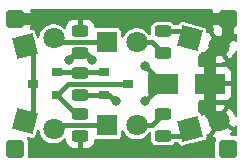
<source format=gbr>
%TF.GenerationSoftware,KiCad,Pcbnew,(7.0.0-0)*%
%TF.CreationDate,2023-03-05T10:40:59+01:00*%
%TF.ProjectId,FancyLight,46616e63-794c-4696-9768-742e6b696361,A*%
%TF.SameCoordinates,Original*%
%TF.FileFunction,Copper,L1,Top*%
%TF.FilePolarity,Positive*%
%FSLAX46Y46*%
G04 Gerber Fmt 4.6, Leading zero omitted, Abs format (unit mm)*
G04 Created by KiCad (PCBNEW (7.0.0-0)) date 2023-03-05 10:40:59*
%MOMM*%
%LPD*%
G01*
G04 APERTURE LIST*
G04 Aperture macros list*
%AMRoundRect*
0 Rectangle with rounded corners*
0 $1 Rounding radius*
0 $2 $3 $4 $5 $6 $7 $8 $9 X,Y pos of 4 corners*
0 Add a 4 corners polygon primitive as box body*
4,1,4,$2,$3,$4,$5,$6,$7,$8,$9,$2,$3,0*
0 Add four circle primitives for the rounded corners*
1,1,$1+$1,$2,$3*
1,1,$1+$1,$4,$5*
1,1,$1+$1,$6,$7*
1,1,$1+$1,$8,$9*
0 Add four rect primitives between the rounded corners*
20,1,$1+$1,$2,$3,$4,$5,0*
20,1,$1+$1,$4,$5,$6,$7,0*
20,1,$1+$1,$6,$7,$8,$9,0*
20,1,$1+$1,$8,$9,$2,$3,0*%
%AMRotRect*
0 Rectangle, with rotation*
0 The origin of the aperture is its center*
0 $1 length*
0 $2 width*
0 $3 Rotation angle, in degrees counterclockwise*
0 Add horizontal line*
21,1,$1,$2,0,0,$3*%
G04 Aperture macros list end*
%TA.AperFunction,SMDPad,CuDef*%
%ADD10RoundRect,0.243750X-0.456250X0.243750X-0.456250X-0.243750X0.456250X-0.243750X0.456250X0.243750X0*%
%TD*%
%TA.AperFunction,SMDPad,CuDef*%
%ADD11R,2.500000X1.800000*%
%TD*%
%TA.AperFunction,SMDPad,CuDef*%
%ADD12R,0.900000X0.800000*%
%TD*%
%TA.AperFunction,SMDPad,CuDef*%
%ADD13RoundRect,0.243750X0.456250X-0.243750X0.456250X0.243750X-0.456250X0.243750X-0.456250X-0.243750X0*%
%TD*%
%TA.AperFunction,ComponentPad*%
%ADD14RoundRect,0.400000X-0.400000X-0.400000X0.400000X-0.400000X0.400000X0.400000X-0.400000X0.400000X0*%
%TD*%
%TA.AperFunction,ComponentPad*%
%ADD15RotRect,1.800000X1.800000X15.000000*%
%TD*%
%TA.AperFunction,ComponentPad*%
%ADD16C,1.800000*%
%TD*%
%TA.AperFunction,ComponentPad*%
%ADD17R,1.800000X1.800000*%
%TD*%
%TA.AperFunction,ComponentPad*%
%ADD18RotRect,1.800000X1.800000X345.000000*%
%TD*%
%TA.AperFunction,ViaPad*%
%ADD19C,0.800000*%
%TD*%
%TA.AperFunction,Conductor*%
%ADD20C,0.400000*%
%TD*%
%TA.AperFunction,Conductor*%
%ADD21C,1.000000*%
%TD*%
G04 APERTURE END LIST*
D10*
X133500000Y-79062500D03*
X133500000Y-80937500D03*
D11*
X140499999Y-83499999D03*
X144499999Y-83499999D03*
D12*
X131499999Y-84449999D03*
X131499999Y-82549999D03*
X129499999Y-83499999D03*
D13*
X140500000Y-87937500D03*
X140500000Y-86062500D03*
D10*
X140500000Y-79062500D03*
X140500000Y-80937500D03*
D13*
X133500000Y-84437500D03*
X133500000Y-82562500D03*
D10*
X133500000Y-86062500D03*
X133500000Y-87937500D03*
D12*
X135499999Y-82549999D03*
X135499999Y-84449999D03*
X137499999Y-83499999D03*
D14*
X146000000Y-89000000D03*
X128000000Y-89000000D03*
X128000000Y-78000000D03*
X146000000Y-78000000D03*
D15*
X142773273Y-87328699D03*
D16*
X145226726Y-86671300D03*
D17*
X135729999Y-86999999D03*
D16*
X138270000Y-87000000D03*
D18*
X128773273Y-86671299D03*
D16*
X131226726Y-87328700D03*
D18*
X142773273Y-79671299D03*
D16*
X145226726Y-80328700D03*
D17*
X135729999Y-79999999D03*
D16*
X138270000Y-80000000D03*
D15*
X128773273Y-80328699D03*
D16*
X131226726Y-79671300D03*
D19*
X139000000Y-85000000D03*
X136500000Y-85000000D03*
X134500000Y-81500000D03*
X132500000Y-81500000D03*
X139000000Y-82000000D03*
D20*
X135500000Y-84450000D02*
X135950000Y-84450000D01*
X140500000Y-83500000D02*
X139000000Y-85000000D01*
X133062500Y-80937500D02*
X132500000Y-81500000D01*
X133937500Y-80937500D02*
X134500000Y-81500000D01*
X133500000Y-80937500D02*
X133937500Y-80937500D01*
X140500000Y-83500000D02*
X139000000Y-82000000D01*
X133500000Y-84437500D02*
X135487500Y-84437500D01*
X135950000Y-84450000D02*
X136500000Y-85000000D01*
X133500000Y-80937500D02*
X133062500Y-80937500D01*
X135487500Y-84437500D02*
X135500000Y-84450000D01*
X140500000Y-87937500D02*
X142164474Y-87937500D01*
X142164474Y-87937500D02*
X142773274Y-87328700D01*
X131270000Y-87000000D02*
X135730000Y-87000000D01*
X140500000Y-86062500D02*
X139562500Y-87000000D01*
X138270000Y-87000000D02*
X139562500Y-87000000D01*
X129500000Y-85944573D02*
X129500000Y-83500000D01*
X129500000Y-81055426D02*
X128773274Y-80328700D01*
X129500000Y-83500000D02*
X129500000Y-81055426D01*
X128773273Y-86671300D02*
X129500000Y-85944573D01*
X140500000Y-79062500D02*
X142164474Y-79062500D01*
X142164474Y-79062500D02*
X142773274Y-79671300D01*
X131567926Y-80012500D02*
X131226726Y-79671300D01*
X135717500Y-80012500D02*
X131567926Y-80012500D01*
X135730000Y-80000000D02*
X135717500Y-80012500D01*
X139562500Y-80000000D02*
X140500000Y-80937500D01*
X138270000Y-80000000D02*
X139562500Y-80000000D01*
X131500000Y-84450000D02*
X133112500Y-86062500D01*
X133112500Y-86062500D02*
X133500000Y-86062500D01*
X132450000Y-83500000D02*
X131500000Y-84450000D01*
X137500000Y-83500000D02*
X132450000Y-83500000D01*
X131500000Y-82550000D02*
X135500000Y-82550000D01*
D21*
X144500000Y-85944574D02*
X144500000Y-83500000D01*
X128000000Y-78000000D02*
X130000000Y-78000000D01*
X146000000Y-79555426D02*
X145226726Y-80328700D01*
X144500000Y-81055426D02*
X144500000Y-83500000D01*
X145226726Y-86671300D02*
X144500000Y-85944574D01*
X146000000Y-78000000D02*
X144100000Y-78000000D01*
X145226726Y-80328700D02*
X144500000Y-81055426D01*
X146000000Y-78000000D02*
X146000000Y-79555426D01*
%TA.AperFunction,Conductor*%
G36*
X144668676Y-77212788D02*
G01*
X144712208Y-77248513D01*
X144735449Y-77299809D01*
X144733607Y-77356093D01*
X144707656Y-77452942D01*
X144705738Y-77464101D01*
X144700191Y-77534583D01*
X144700000Y-77539463D01*
X144700000Y-77783674D01*
X144703450Y-77796549D01*
X144716326Y-77800000D01*
X146076000Y-77800000D01*
X146138000Y-77816613D01*
X146183387Y-77862000D01*
X146200000Y-77924000D01*
X146200000Y-78076000D01*
X146183387Y-78138000D01*
X146138000Y-78183387D01*
X146076000Y-78200000D01*
X144716326Y-78200000D01*
X144703450Y-78203450D01*
X144700000Y-78216326D01*
X144700000Y-78460537D01*
X144700191Y-78465416D01*
X144705738Y-78535898D01*
X144707656Y-78547057D01*
X144753469Y-78718036D01*
X144758097Y-78730092D01*
X144814394Y-78840581D01*
X144827299Y-78909157D01*
X144801130Y-78973844D01*
X144744173Y-79014157D01*
X144719217Y-79022724D01*
X144709796Y-79028515D01*
X144713096Y-79039066D01*
X145291769Y-80041358D01*
X145301193Y-80050782D01*
X145314070Y-80047331D01*
X146318343Y-79467513D01*
X146327222Y-79459282D01*
X146325340Y-79433304D01*
X146327325Y-79433160D01*
X146324820Y-79423703D01*
X146341532Y-79361829D01*
X146386906Y-79316563D01*
X146448820Y-79300000D01*
X146460537Y-79300000D01*
X146465416Y-79299808D01*
X146535898Y-79294261D01*
X146547057Y-79292343D01*
X146643907Y-79266393D01*
X146700191Y-79264551D01*
X146751487Y-79287792D01*
X146787212Y-79331324D01*
X146800000Y-79386168D01*
X146800000Y-79843647D01*
X146785858Y-79901155D01*
X146746658Y-79945546D01*
X146691341Y-79966694D01*
X146632524Y-79959776D01*
X146583625Y-79926368D01*
X146559920Y-79881839D01*
X146558333Y-79882385D01*
X146553352Y-79867876D01*
X146534417Y-79824710D01*
X146525614Y-79814121D01*
X146512251Y-79817440D01*
X145514067Y-80393742D01*
X145504642Y-80403167D01*
X145508093Y-80416044D01*
X146083874Y-81413325D01*
X146093898Y-81422899D01*
X146106789Y-81417800D01*
X146174128Y-81365388D01*
X146181638Y-81358475D01*
X146331839Y-81195314D01*
X146338110Y-81187257D01*
X146459406Y-81001598D01*
X146464268Y-80992615D01*
X146553347Y-80789533D01*
X146558333Y-80775013D01*
X146559921Y-80775558D01*
X146583625Y-80731032D01*
X146632524Y-80697624D01*
X146691341Y-80690706D01*
X146746658Y-80711854D01*
X146785858Y-80756245D01*
X146800000Y-80813753D01*
X146800000Y-86186247D01*
X146785858Y-86243755D01*
X146746658Y-86288146D01*
X146691341Y-86309294D01*
X146632524Y-86302376D01*
X146583625Y-86268968D01*
X146559921Y-86224441D01*
X146558333Y-86224987D01*
X146553347Y-86210466D01*
X146464268Y-86007384D01*
X146459406Y-85998401D01*
X146338110Y-85812742D01*
X146331839Y-85804685D01*
X146181638Y-85641524D01*
X146174127Y-85634610D01*
X146106789Y-85582197D01*
X146093898Y-85577099D01*
X146083874Y-85586673D01*
X145508093Y-86583954D01*
X145504642Y-86596831D01*
X145514067Y-86606256D01*
X146512251Y-87182558D01*
X146525615Y-87185877D01*
X146534418Y-87175288D01*
X146553344Y-87132142D01*
X146558334Y-87117609D01*
X146559923Y-87118154D01*
X146583625Y-87073632D01*
X146632524Y-87040224D01*
X146691341Y-87033306D01*
X146746658Y-87054454D01*
X146785858Y-87098845D01*
X146800000Y-87156353D01*
X146800000Y-87822401D01*
X146786654Y-87878362D01*
X146749490Y-87922277D01*
X146696508Y-87944693D01*
X146639110Y-87940787D01*
X146533457Y-87907865D01*
X146527196Y-87905914D01*
X146520662Y-87905320D01*
X146520661Y-87905320D01*
X146459425Y-87899755D01*
X146459419Y-87899754D01*
X146456616Y-87899500D01*
X146281667Y-87899500D01*
X146226288Y-87886446D01*
X146182568Y-87850034D01*
X146159712Y-87797929D01*
X146162534Y-87741102D01*
X146190437Y-87691517D01*
X146320976Y-87549713D01*
X146326508Y-87540054D01*
X146318343Y-87532485D01*
X145314070Y-86952667D01*
X145301193Y-86949216D01*
X145291769Y-86958640D01*
X144713096Y-87960932D01*
X144709796Y-87971483D01*
X144719215Y-87977273D01*
X144877016Y-88031446D01*
X144886928Y-88033956D01*
X144921698Y-88039758D01*
X144976593Y-88063550D01*
X145013958Y-88110277D01*
X145025094Y-88169061D01*
X145007408Y-88226216D01*
X144960402Y-88303973D01*
X144960397Y-88303983D01*
X144956522Y-88310394D01*
X144954292Y-88317548D01*
X144954292Y-88317550D01*
X144907864Y-88466542D01*
X144907861Y-88466553D01*
X144905914Y-88472804D01*
X144905320Y-88479335D01*
X144905320Y-88479338D01*
X144900885Y-88528147D01*
X144899500Y-88543384D01*
X144899500Y-89456616D01*
X144905914Y-89527196D01*
X144907865Y-89533457D01*
X144940787Y-89639110D01*
X144944693Y-89696508D01*
X144922277Y-89749490D01*
X144878362Y-89786654D01*
X144822401Y-89800000D01*
X129177599Y-89800000D01*
X129121638Y-89786654D01*
X129077723Y-89749490D01*
X129055307Y-89696508D01*
X129059213Y-89639110D01*
X129062687Y-89627958D01*
X129094086Y-89527196D01*
X129100500Y-89456616D01*
X129100500Y-88543384D01*
X129094086Y-88472804D01*
X129084676Y-88442607D01*
X129072935Y-88404928D01*
X129043478Y-88310394D01*
X128969257Y-88187619D01*
X128951666Y-88131954D01*
X128961494Y-88074407D01*
X128996565Y-88027736D01*
X129049106Y-88002285D01*
X129107466Y-88003694D01*
X129375231Y-88075442D01*
X129400256Y-88079130D01*
X129511273Y-88061898D01*
X129608568Y-88005724D01*
X129679000Y-87918197D01*
X129688319Y-87894682D01*
X129795225Y-87495701D01*
X129830339Y-87437194D01*
X129891089Y-87406122D01*
X129959080Y-87411894D01*
X130013723Y-87452763D01*
X130038471Y-87516352D01*
X130040667Y-87540054D01*
X130041611Y-87550236D01*
X130043180Y-87555750D01*
X130100927Y-87758713D01*
X130100930Y-87758721D01*
X130102497Y-87764228D01*
X130105049Y-87769353D01*
X130105051Y-87769358D01*
X130199113Y-87958259D01*
X130199115Y-87958263D01*
X130201668Y-87963389D01*
X130205117Y-87967956D01*
X130205120Y-87967961D01*
X130332287Y-88136358D01*
X130332292Y-88136363D01*
X130335745Y-88140936D01*
X130339981Y-88144797D01*
X130339985Y-88144802D01*
X130438298Y-88234426D01*
X130500164Y-88290824D01*
X130689325Y-88407947D01*
X130896786Y-88488318D01*
X131115483Y-88529200D01*
X131332240Y-88529200D01*
X131337969Y-88529200D01*
X131556666Y-88488318D01*
X131764127Y-88407947D01*
X131953288Y-88290824D01*
X132094187Y-88162376D01*
X132154653Y-88132179D01*
X132221974Y-88138178D01*
X132276149Y-88178590D01*
X132301083Y-88241411D01*
X132309718Y-88325935D01*
X132312537Y-88339102D01*
X132362823Y-88490857D01*
X132368885Y-88503856D01*
X132452576Y-88639540D01*
X132461480Y-88650801D01*
X132574198Y-88763519D01*
X132585459Y-88772423D01*
X132721143Y-88856114D01*
X132734142Y-88862176D01*
X132885897Y-88912462D01*
X132899064Y-88915281D01*
X132991062Y-88924680D01*
X132997339Y-88925000D01*
X133283674Y-88925000D01*
X133296549Y-88921549D01*
X133300000Y-88908674D01*
X133300000Y-87861500D01*
X133316613Y-87799500D01*
X133362000Y-87754113D01*
X133424000Y-87737500D01*
X133576000Y-87737500D01*
X133638000Y-87754113D01*
X133683387Y-87799500D01*
X133700000Y-87861500D01*
X133700000Y-88908674D01*
X133703450Y-88921549D01*
X133716326Y-88925000D01*
X134002661Y-88925000D01*
X134008937Y-88924680D01*
X134100935Y-88915281D01*
X134114102Y-88912462D01*
X134265857Y-88862176D01*
X134278856Y-88856114D01*
X134414540Y-88772423D01*
X134425801Y-88763519D01*
X134538519Y-88650801D01*
X134547423Y-88639540D01*
X134631114Y-88503856D01*
X134637176Y-88490857D01*
X134687462Y-88339102D01*
X134690281Y-88325933D01*
X134691715Y-88311900D01*
X134712137Y-88255361D01*
X134756751Y-88215071D01*
X134815069Y-88200499D01*
X136674864Y-88200499D01*
X136699991Y-88197585D01*
X136802765Y-88152206D01*
X136882206Y-88072765D01*
X136927585Y-87969991D01*
X136930500Y-87944865D01*
X136930499Y-87530417D01*
X136947884Y-87467102D01*
X136995163Y-87421538D01*
X137059080Y-87406505D01*
X137121713Y-87426217D01*
X137165499Y-87475148D01*
X137242387Y-87629559D01*
X137242389Y-87629563D01*
X137244942Y-87634689D01*
X137248391Y-87639256D01*
X137248394Y-87639261D01*
X137375561Y-87807658D01*
X137375566Y-87807663D01*
X137379019Y-87812236D01*
X137383255Y-87816097D01*
X137383259Y-87816102D01*
X137479007Y-87903387D01*
X137543438Y-87962124D01*
X137732599Y-88079247D01*
X137940060Y-88159618D01*
X138158757Y-88200500D01*
X138375514Y-88200500D01*
X138381243Y-88200500D01*
X138599940Y-88159618D01*
X138807401Y-88079247D01*
X138996562Y-87962124D01*
X139160981Y-87812236D01*
X139257761Y-87684078D01*
X139276546Y-87659203D01*
X139324368Y-87620963D01*
X139384658Y-87610269D01*
X139442715Y-87629727D01*
X139484382Y-87674595D01*
X139499500Y-87733930D01*
X139499500Y-88223860D01*
X139499940Y-88227527D01*
X139499941Y-88227537D01*
X139507904Y-88293840D01*
X139510003Y-88311321D01*
X139512918Y-88318714D01*
X139512919Y-88318716D01*
X139559959Y-88438000D01*
X139564889Y-88450500D01*
X139655289Y-88569711D01*
X139774500Y-88660111D01*
X139913679Y-88714997D01*
X140001140Y-88725500D01*
X140995160Y-88725500D01*
X140998860Y-88725500D01*
X141086321Y-88714997D01*
X141225500Y-88660111D01*
X141344711Y-88569711D01*
X141407376Y-88487073D01*
X141451019Y-88450944D01*
X141506179Y-88438000D01*
X141732513Y-88438000D01*
X141784917Y-88449618D01*
X141827502Y-88482294D01*
X141852287Y-88529905D01*
X141857301Y-88548617D01*
X141857305Y-88548630D01*
X141858230Y-88552081D01*
X141867548Y-88575597D01*
X141873393Y-88582860D01*
X141873395Y-88582864D01*
X141919002Y-88639540D01*
X141937980Y-88663124D01*
X142035275Y-88719298D01*
X142146292Y-88736530D01*
X142171317Y-88732843D01*
X143996655Y-88243744D01*
X144020171Y-88234426D01*
X144107698Y-88163994D01*
X144163872Y-88066699D01*
X144181104Y-87955682D01*
X144177417Y-87930657D01*
X144170110Y-87903386D01*
X144171079Y-87835774D01*
X144207378Y-87778724D01*
X144268211Y-87749200D01*
X144335490Y-87755982D01*
X144359552Y-87765499D01*
X144369576Y-87755925D01*
X144945357Y-86758644D01*
X144948808Y-86745767D01*
X144939383Y-86736342D01*
X143941199Y-86160040D01*
X143927835Y-86156721D01*
X143910249Y-86177877D01*
X143855157Y-86215890D01*
X143788332Y-86219731D01*
X143729248Y-86188279D01*
X143695119Y-86130702D01*
X143688318Y-86105319D01*
X143679000Y-86081803D01*
X143657541Y-86055136D01*
X143615773Y-86003230D01*
X143608568Y-85994276D01*
X143598617Y-85988530D01*
X143598615Y-85988529D01*
X143561999Y-85967389D01*
X143516613Y-85922002D01*
X143500000Y-85860002D01*
X143500000Y-85802545D01*
X144126943Y-85802545D01*
X144135107Y-85810113D01*
X145139380Y-86389931D01*
X145152257Y-86393382D01*
X145161681Y-86383958D01*
X145740354Y-85381666D01*
X145743654Y-85371116D01*
X145734232Y-85365324D01*
X145576440Y-85311155D01*
X145566523Y-85308643D01*
X145347796Y-85272144D01*
X145337599Y-85271300D01*
X145115853Y-85271300D01*
X145105655Y-85272144D01*
X144886925Y-85308644D01*
X144877016Y-85311153D01*
X144667273Y-85383158D01*
X144657920Y-85387260D01*
X144462880Y-85492811D01*
X144454328Y-85498398D01*
X144279323Y-85634611D01*
X144271810Y-85641527D01*
X144132477Y-85792882D01*
X144126943Y-85802545D01*
X143500000Y-85802545D01*
X143500000Y-85024000D01*
X143516613Y-84962000D01*
X143562000Y-84916613D01*
X143624000Y-84900000D01*
X144283674Y-84900000D01*
X144296549Y-84896549D01*
X144300000Y-84883674D01*
X144700000Y-84883674D01*
X144703450Y-84896549D01*
X144716326Y-84900000D01*
X145794518Y-84900000D01*
X145801114Y-84899646D01*
X145849667Y-84894426D01*
X145864641Y-84890888D01*
X145983777Y-84846452D01*
X145999189Y-84838037D01*
X146100092Y-84762501D01*
X146112501Y-84750092D01*
X146188037Y-84649189D01*
X146196452Y-84633777D01*
X146240888Y-84514641D01*
X146244426Y-84499667D01*
X146249646Y-84451114D01*
X146250000Y-84444518D01*
X146250000Y-83716326D01*
X146246549Y-83703450D01*
X146233674Y-83700000D01*
X144716326Y-83700000D01*
X144703450Y-83703450D01*
X144700000Y-83716326D01*
X144700000Y-84883674D01*
X144300000Y-84883674D01*
X144300000Y-83283674D01*
X144700000Y-83283674D01*
X144703450Y-83296549D01*
X144716326Y-83300000D01*
X146233674Y-83300000D01*
X146246549Y-83296549D01*
X146250000Y-83283674D01*
X146250000Y-82555482D01*
X146249646Y-82548885D01*
X146244426Y-82500332D01*
X146240888Y-82485358D01*
X146196452Y-82366222D01*
X146188037Y-82350810D01*
X146112501Y-82249907D01*
X146100092Y-82237498D01*
X145999189Y-82161962D01*
X145983777Y-82153547D01*
X145864641Y-82109111D01*
X145849667Y-82105573D01*
X145801114Y-82100353D01*
X145794518Y-82100000D01*
X144716326Y-82100000D01*
X144703450Y-82103450D01*
X144700000Y-82116326D01*
X144700000Y-83283674D01*
X144300000Y-83283674D01*
X144300000Y-82116326D01*
X144296549Y-82103450D01*
X144283674Y-82100000D01*
X143624000Y-82100000D01*
X143562000Y-82083387D01*
X143516613Y-82038000D01*
X143500000Y-81976000D01*
X143500000Y-81197454D01*
X144126942Y-81197454D01*
X144132475Y-81207114D01*
X144271813Y-81358475D01*
X144279323Y-81365388D01*
X144454328Y-81501601D01*
X144462880Y-81507188D01*
X144657920Y-81612739D01*
X144667273Y-81616841D01*
X144877016Y-81688846D01*
X144886925Y-81691355D01*
X145105655Y-81727855D01*
X145115853Y-81728700D01*
X145337599Y-81728700D01*
X145347796Y-81727855D01*
X145566526Y-81691355D01*
X145576434Y-81688846D01*
X145734235Y-81634673D01*
X145743654Y-81628883D01*
X145740354Y-81618332D01*
X145161682Y-80616041D01*
X145152258Y-80606617D01*
X145139381Y-80610068D01*
X144135107Y-81189885D01*
X144126942Y-81197454D01*
X143500000Y-81197454D01*
X143500000Y-81139998D01*
X143516613Y-81077998D01*
X143561999Y-81032611D01*
X143564885Y-81030944D01*
X143608568Y-81005724D01*
X143679000Y-80918197D01*
X143688319Y-80894682D01*
X143695120Y-80869296D01*
X143729249Y-80811721D01*
X143788333Y-80780269D01*
X143855157Y-80784109D01*
X143910249Y-80822122D01*
X143927835Y-80843277D01*
X143941199Y-80839958D01*
X144939383Y-80263656D01*
X144948808Y-80254231D01*
X144945357Y-80241354D01*
X144369576Y-79244073D01*
X144359552Y-79234499D01*
X144335489Y-79244017D01*
X144268210Y-79250799D01*
X144207376Y-79221275D01*
X144171078Y-79164224D01*
X144170109Y-79096613D01*
X144177416Y-79069343D01*
X144181104Y-79044318D01*
X144163872Y-78933301D01*
X144123653Y-78863641D01*
X144113444Y-78845958D01*
X144113443Y-78845957D01*
X144107698Y-78836006D01*
X144070634Y-78806181D01*
X144027438Y-78771421D01*
X144027434Y-78771419D01*
X144020171Y-78765574D01*
X144011504Y-78762139D01*
X144011502Y-78762138D01*
X143999982Y-78757573D01*
X143999980Y-78757572D01*
X143996656Y-78756255D01*
X143993205Y-78755330D01*
X143993195Y-78755327D01*
X142174770Y-78268083D01*
X142174766Y-78268082D01*
X142171317Y-78267158D01*
X142167788Y-78266638D01*
X142167779Y-78266636D01*
X142155518Y-78264829D01*
X142155513Y-78264829D01*
X142146292Y-78263470D01*
X142137079Y-78264899D01*
X142137077Y-78264900D01*
X142046626Y-78278940D01*
X142046625Y-78278940D01*
X142035275Y-78280702D01*
X142025329Y-78286444D01*
X142025327Y-78286445D01*
X141947932Y-78331129D01*
X141947927Y-78331132D01*
X141937980Y-78336876D01*
X141930776Y-78345827D01*
X141930774Y-78345830D01*
X141873395Y-78417135D01*
X141873391Y-78417141D01*
X141867548Y-78424403D01*
X141864114Y-78433066D01*
X141864112Y-78433071D01*
X141859547Y-78444591D01*
X141858229Y-78447918D01*
X141857302Y-78451373D01*
X141857299Y-78451386D01*
X141852286Y-78470095D01*
X141827501Y-78517706D01*
X141784916Y-78550382D01*
X141732512Y-78562000D01*
X141506179Y-78562000D01*
X141451019Y-78549056D01*
X141407375Y-78512925D01*
X141406432Y-78511682D01*
X141344711Y-78430289D01*
X141225500Y-78339889D01*
X141217609Y-78336777D01*
X141217607Y-78336776D01*
X141093716Y-78287919D01*
X141093714Y-78287918D01*
X141086321Y-78285003D01*
X141078427Y-78284055D01*
X141002537Y-78274941D01*
X141002527Y-78274940D01*
X140998860Y-78274500D01*
X140001140Y-78274500D01*
X139997473Y-78274940D01*
X139997462Y-78274941D01*
X139921572Y-78284055D01*
X139921570Y-78284055D01*
X139913679Y-78285003D01*
X139906287Y-78287917D01*
X139906283Y-78287919D01*
X139782392Y-78336776D01*
X139782387Y-78336778D01*
X139774500Y-78339889D01*
X139767741Y-78345014D01*
X139767740Y-78345015D01*
X139662045Y-78425165D01*
X139662041Y-78425168D01*
X139655289Y-78430289D01*
X139650168Y-78437041D01*
X139650165Y-78437045D01*
X139570015Y-78542740D01*
X139564889Y-78549500D01*
X139561778Y-78557387D01*
X139561776Y-78557392D01*
X139512919Y-78681283D01*
X139512917Y-78681287D01*
X139510003Y-78688679D01*
X139509055Y-78696570D01*
X139509055Y-78696572D01*
X139499941Y-78772462D01*
X139499940Y-78772473D01*
X139499500Y-78776140D01*
X139499500Y-78779840D01*
X139499500Y-79266070D01*
X139484382Y-79325405D01*
X139442715Y-79370273D01*
X139384658Y-79389731D01*
X139324368Y-79379037D01*
X139276546Y-79340797D01*
X139164438Y-79192341D01*
X139164434Y-79192337D01*
X139160981Y-79187764D01*
X139156744Y-79183901D01*
X139156740Y-79183897D01*
X139011591Y-79051577D01*
X138996562Y-79037876D01*
X138991692Y-79034861D01*
X138991690Y-79034859D01*
X138814039Y-78924863D01*
X138807401Y-78920753D01*
X138777468Y-78909157D01*
X138605286Y-78842453D01*
X138605285Y-78842452D01*
X138599940Y-78840382D01*
X138594302Y-78839328D01*
X138386872Y-78800552D01*
X138386869Y-78800551D01*
X138381243Y-78799500D01*
X138158757Y-78799500D01*
X138153131Y-78800551D01*
X138153127Y-78800552D01*
X137945697Y-78839328D01*
X137945694Y-78839328D01*
X137940060Y-78840382D01*
X137934717Y-78842451D01*
X137934713Y-78842453D01*
X137737941Y-78918683D01*
X137737936Y-78918685D01*
X137732599Y-78920753D01*
X137727727Y-78923769D01*
X137727724Y-78923771D01*
X137548309Y-79034859D01*
X137548301Y-79034864D01*
X137543438Y-79037876D01*
X137539207Y-79041732D01*
X137539203Y-79041736D01*
X137383259Y-79183897D01*
X137383249Y-79183907D01*
X137379019Y-79187764D01*
X137375570Y-79192330D01*
X137375561Y-79192341D01*
X137248394Y-79360738D01*
X137248387Y-79360748D01*
X137244942Y-79365311D01*
X137242392Y-79370431D01*
X137242387Y-79370440D01*
X137165499Y-79524853D01*
X137121713Y-79573784D01*
X137059081Y-79593496D01*
X136995163Y-79578463D01*
X136947884Y-79532899D01*
X136930499Y-79469581D01*
X136930499Y-79058714D01*
X136930499Y-79055136D01*
X136927585Y-79030009D01*
X136882206Y-78927235D01*
X136802765Y-78847794D01*
X136759748Y-78828800D01*
X136708522Y-78806181D01*
X136708517Y-78806179D01*
X136699991Y-78802415D01*
X136690726Y-78801340D01*
X136678414Y-78799911D01*
X136678401Y-78799910D01*
X136674865Y-78799500D01*
X136671290Y-78799500D01*
X134815073Y-78799500D01*
X134756751Y-78784928D01*
X134712137Y-78744639D01*
X134691715Y-78688099D01*
X134690281Y-78674066D01*
X134687462Y-78660897D01*
X134637176Y-78509142D01*
X134631114Y-78496143D01*
X134547423Y-78360459D01*
X134538519Y-78349198D01*
X134425801Y-78236480D01*
X134414540Y-78227576D01*
X134278856Y-78143885D01*
X134265857Y-78137823D01*
X134114102Y-78087537D01*
X134100935Y-78084718D01*
X134008937Y-78075319D01*
X134002661Y-78075000D01*
X133716326Y-78075000D01*
X133703450Y-78078450D01*
X133700000Y-78091326D01*
X133700000Y-79138500D01*
X133683387Y-79200500D01*
X133638000Y-79245887D01*
X133576000Y-79262500D01*
X133424000Y-79262500D01*
X133362000Y-79245887D01*
X133316613Y-79200500D01*
X133300000Y-79138500D01*
X133300000Y-78091326D01*
X133296549Y-78078450D01*
X133283674Y-78075000D01*
X132997339Y-78075000D01*
X132991062Y-78075319D01*
X132899064Y-78084718D01*
X132885897Y-78087537D01*
X132734142Y-78137823D01*
X132721143Y-78143885D01*
X132585459Y-78227576D01*
X132574198Y-78236480D01*
X132461480Y-78349198D01*
X132452576Y-78360459D01*
X132368885Y-78496143D01*
X132362823Y-78509142D01*
X132312537Y-78660897D01*
X132309718Y-78674064D01*
X132301083Y-78758588D01*
X132276149Y-78821409D01*
X132221974Y-78861821D01*
X132154653Y-78867820D01*
X132094187Y-78837622D01*
X131957522Y-78713036D01*
X131957523Y-78713036D01*
X131953288Y-78709176D01*
X131948418Y-78706161D01*
X131948416Y-78706159D01*
X131769001Y-78595071D01*
X131769002Y-78595071D01*
X131764127Y-78592053D01*
X131686551Y-78562000D01*
X131562012Y-78513753D01*
X131562011Y-78513752D01*
X131556666Y-78511682D01*
X131551028Y-78510628D01*
X131343598Y-78471852D01*
X131343595Y-78471851D01*
X131337969Y-78470800D01*
X131115483Y-78470800D01*
X131109857Y-78471851D01*
X131109853Y-78471852D01*
X130902423Y-78510628D01*
X130902420Y-78510628D01*
X130896786Y-78511682D01*
X130891443Y-78513751D01*
X130891439Y-78513753D01*
X130694667Y-78589983D01*
X130694662Y-78589985D01*
X130689325Y-78592053D01*
X130684453Y-78595069D01*
X130684450Y-78595071D01*
X130505035Y-78706159D01*
X130505027Y-78706164D01*
X130500164Y-78709176D01*
X130495933Y-78713032D01*
X130495929Y-78713036D01*
X130339985Y-78855197D01*
X130339975Y-78855207D01*
X130335745Y-78859064D01*
X130332296Y-78863630D01*
X130332287Y-78863641D01*
X130205120Y-79032038D01*
X130205113Y-79032048D01*
X130201668Y-79036611D01*
X130199118Y-79041731D01*
X130199113Y-79041740D01*
X130105051Y-79230641D01*
X130105047Y-79230649D01*
X130102497Y-79235772D01*
X130100931Y-79241275D01*
X130100927Y-79241286D01*
X130049233Y-79422974D01*
X130041611Y-79449764D01*
X130041082Y-79455467D01*
X130041082Y-79455470D01*
X130038471Y-79483648D01*
X130013723Y-79547238D01*
X129959080Y-79588106D01*
X129891089Y-79593879D01*
X129830339Y-79562807D01*
X129795225Y-79504300D01*
X129777010Y-79436321D01*
X129688318Y-79105319D01*
X129679000Y-79081803D01*
X129666119Y-79065796D01*
X129615773Y-79003230D01*
X129608568Y-78994276D01*
X129598617Y-78988530D01*
X129598615Y-78988529D01*
X129521220Y-78943845D01*
X129511273Y-78938102D01*
X129435451Y-78926333D01*
X129409469Y-78922300D01*
X129409468Y-78922299D01*
X129400256Y-78920870D01*
X129391038Y-78922228D01*
X129391032Y-78922228D01*
X129378762Y-78924036D01*
X129378749Y-78924038D01*
X129375231Y-78924557D01*
X129371785Y-78925480D01*
X129368265Y-78926209D01*
X129367986Y-78924863D01*
X129318284Y-78926333D01*
X129266872Y-78902704D01*
X129231310Y-78858694D01*
X129219002Y-78803468D01*
X129232512Y-78748522D01*
X129241902Y-78730094D01*
X129246530Y-78718036D01*
X129292343Y-78547057D01*
X129294261Y-78535898D01*
X129299808Y-78465416D01*
X129300000Y-78460537D01*
X129300000Y-78216326D01*
X129296549Y-78203450D01*
X129283674Y-78200000D01*
X127924000Y-78200000D01*
X127862000Y-78183387D01*
X127816613Y-78138000D01*
X127800000Y-78076000D01*
X127800000Y-77924000D01*
X127816613Y-77862000D01*
X127862000Y-77816613D01*
X127924000Y-77800000D01*
X129283674Y-77800000D01*
X129296549Y-77796549D01*
X129300000Y-77783674D01*
X129300000Y-77539463D01*
X129299808Y-77534583D01*
X129294261Y-77464101D01*
X129292343Y-77452942D01*
X129266393Y-77356093D01*
X129264551Y-77299809D01*
X129287792Y-77248513D01*
X129331324Y-77212788D01*
X129386168Y-77200000D01*
X144613832Y-77200000D01*
X144668676Y-77212788D01*
G37*
%TD.AperFunction*%
M02*

</source>
